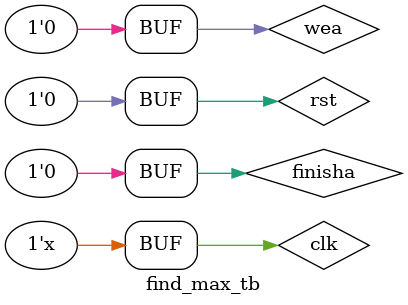
<source format=v>
module find_max_tb();

reg clk,rst;

reg ena,wea;
reg[6:0] addr;
reg[6:0] addr_r;
reg[6:0] addr_r2;
reg[7:0] dout_r;

initial begin
    rst <= 1;
    clk <= 1;
    ena <= 0;
    wea <= 0;
    addr <= 0;
    # 20 
    rst <= 0;
    finisha <= 1;
    # 20
    finisha <= 0;

    // ena <= 1;    !!!: 在这里如果使用延时,驱动本来应该用时钟驱动的信号,可能会丢拍子

    // # 1
    // ena <= 1;
end 

always begin
    # 5 
    clk <= ~clk;
end


// -----------------FIND MAX ----------------------

/*  temp_max must have an initial value, must use reg 
wire[7:0] temp_max_data;
assign temp_max_data = (dout >= temp_max_data)? dout:temp_max_data;
wire[6:0] temp_max_addr;
assign temp_max_addr = (dout >= temp_max_data)? addr:temp_max_addr;
*/
reg[7:0] temp_max_data;
reg[6:0] temp_max_addr;

// Start From 0, the actual cnt is multiple_max_cnt+1;
reg[7:0] multiple_max_cnt;
// Store 16 Same Max Value's ADDR
// The Otehr Max_ADDR was stored in these Regs (without the first one which was stored in temp_max_addr)
reg[6:0] multiple_max_addr[0:15]; 

reg multiple_max_overflow;

always @(posedge clk) begin
    if (rst) begin
        temp_max_data <= 0;
        temp_max_addr <= 0;
        multiple_max_cnt <= 0;
        multiple_max_overflow <= 0;
    end
    else begin
        if (ena) begin
            if (dout > temp_max_data) begin
                temp_max_data <= dout;
                multiple_max_cnt <= 0;              // If a new max enocunts, empty multiple_max
                temp_max_addr <= addr - 2;         // True addr Latch addr 2 (-2)   &&  find max procedure last 1 cycle (+1)
            end
            else if (dout == temp_max_data) begin

                // when First Encounts multiple max
                // if (multiple_max_cnt == 0) begin
                //     multiple_max_addr[0] <= temp_max_addr;  // Load Current addr into 
                //     multiple_max_cnt <= multiple_max_cnt + 1;
                // end
                // If Overflow (More than 16 same max)
                if (multiple_max_cnt == 15) begin
                    multiple_max_overflow <= 1;
                end
                else begin
                    multiple_max_cnt <= multiple_max_cnt + 1;
                    multiple_max_addr[multiple_max_cnt] <= addr - 2;
                end
                
            end
            else begin
                temp_max_data <= temp_max_data;
                temp_max_addr <= temp_max_addr;
                multiple_max_cnt <= multiple_max_cnt;
            end
        end
    end
end

reg finished;

always @(posedge clk) begin
    if (rst) begin
        addr <= 0;
        addr_r <= 0;
        addr_r2 <= 0;
        finished <= 0;
    end
    else begin
        if (!finished) begin
            ena <= 1;   // Not RST, Starting Reading (FOR RAM)
            dout_r <= dout;   // Save The Last element 
            addr_r <= addr;
            addr_r2 <= addr_r;
            if (ena) begin
                addr <= addr + 1;
            end
            if (addr == 127) begin
                finished <= 1;
                ena <= 0;
            end
        end
        else begin
            ena <= 0;
        end
        
        
    end
end

wire[7:0] dout;
// ------Using RAM ------
/*
blk_mem_gen_0 RAM_0 (
  .clka(clk),    // input wire clka
  .ena(ena),      // input wire ena
  .wea(wea),      // input wire [0 : 0] wea
  .addra(addr),  // input wire [6 : 0] addr
  .dina(dina),    // input wire [7 : 0] dina
  .douta(dout)  // output wire [7 : 0] dout
);
*/

// --------Using PINGPONGRAM --------
// Cause In RAM We Use addr as addr
// But In PINGPONGRAM We should fill It into Port B To Read
// So We Make Drop addr
wire[7:0] dina;
wire[6:0] addra;
reg finisha;
PINGPONG_RAM PINGPONG_RAM_0(
    .clka(clk),
    .rsta(rst),
    .addra(addra),
    .wea(wea),
    .dina(dina),
    .finisha(finisha),
    .readya(readya),
    .clkb(clk),
    .rstb(rst),
    .addrb(addr),
    .doutb(dout),
    .finishb(finishb),
    .readyb(m)
);

endmodule

</source>
